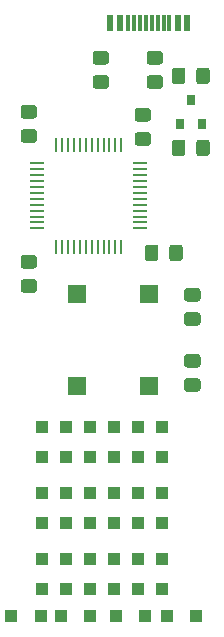
<source format=gtp>
G04 #@! TF.GenerationSoftware,KiCad,Pcbnew,5.1.10*
G04 #@! TF.CreationDate,2021-06-22T11:56:20+03:00*
G04 #@! TF.ProjectId,right,72696768-742e-46b6-9963-61645f706362,rev?*
G04 #@! TF.SameCoordinates,Original*
G04 #@! TF.FileFunction,Paste,Top*
G04 #@! TF.FilePolarity,Positive*
%FSLAX46Y46*%
G04 Gerber Fmt 4.6, Leading zero omitted, Abs format (unit mm)*
G04 Created by KiCad (PCBNEW 5.1.10) date 2021-06-22 11:56:20*
%MOMM*%
%LPD*%
G01*
G04 APERTURE LIST*
%ADD10R,1.500000X1.500000*%
%ADD11R,1.000000X1.000000*%
%ADD12R,0.250000X1.300000*%
%ADD13R,1.300000X0.250000*%
%ADD14R,0.800000X0.900000*%
%ADD15R,0.300000X1.450000*%
%ADD16R,0.600000X1.450000*%
G04 APERTURE END LIST*
D10*
X90678000Y-95668000D03*
X90678000Y-103468000D03*
X96774000Y-95668000D03*
X96774000Y-103468000D03*
G36*
G01*
X100006999Y-100762000D02*
X100907001Y-100762000D01*
G75*
G02*
X101157000Y-101011999I0J-249999D01*
G01*
X101157000Y-101662001D01*
G75*
G02*
X100907001Y-101912000I-249999J0D01*
G01*
X100006999Y-101912000D01*
G75*
G02*
X99757000Y-101662001I0J249999D01*
G01*
X99757000Y-101011999D01*
G75*
G02*
X100006999Y-100762000I249999J0D01*
G01*
G37*
G36*
G01*
X100006999Y-102812000D02*
X100907001Y-102812000D01*
G75*
G02*
X101157000Y-103061999I0J-249999D01*
G01*
X101157000Y-103712001D01*
G75*
G02*
X100907001Y-103962000I-249999J0D01*
G01*
X100006999Y-103962000D01*
G75*
G02*
X99757000Y-103712001I0J249999D01*
G01*
X99757000Y-103061999D01*
G75*
G02*
X100006999Y-102812000I249999J0D01*
G01*
G37*
G36*
G01*
X86163999Y-81730000D02*
X87064001Y-81730000D01*
G75*
G02*
X87314000Y-81979999I0J-249999D01*
G01*
X87314000Y-82630001D01*
G75*
G02*
X87064001Y-82880000I-249999J0D01*
G01*
X86163999Y-82880000D01*
G75*
G02*
X85914000Y-82630001I0J249999D01*
G01*
X85914000Y-81979999D01*
G75*
G02*
X86163999Y-81730000I249999J0D01*
G01*
G37*
G36*
G01*
X86163999Y-79680000D02*
X87064001Y-79680000D01*
G75*
G02*
X87314000Y-79929999I0J-249999D01*
G01*
X87314000Y-80580001D01*
G75*
G02*
X87064001Y-80830000I-249999J0D01*
G01*
X86163999Y-80830000D01*
G75*
G02*
X85914000Y-80580001I0J249999D01*
G01*
X85914000Y-79929999D01*
G75*
G02*
X86163999Y-79680000I249999J0D01*
G01*
G37*
G36*
G01*
X96716001Y-83134000D02*
X95815999Y-83134000D01*
G75*
G02*
X95566000Y-82884001I0J249999D01*
G01*
X95566000Y-82233999D01*
G75*
G02*
X95815999Y-81984000I249999J0D01*
G01*
X96716001Y-81984000D01*
G75*
G02*
X96966000Y-82233999I0J-249999D01*
G01*
X96966000Y-82884001D01*
G75*
G02*
X96716001Y-83134000I-249999J0D01*
G01*
G37*
G36*
G01*
X96716001Y-81084000D02*
X95815999Y-81084000D01*
G75*
G02*
X95566000Y-80834001I0J249999D01*
G01*
X95566000Y-80183999D01*
G75*
G02*
X95815999Y-79934000I249999J0D01*
G01*
X96716001Y-79934000D01*
G75*
G02*
X96966000Y-80183999I0J-249999D01*
G01*
X96966000Y-80834001D01*
G75*
G02*
X96716001Y-81084000I-249999J0D01*
G01*
G37*
G36*
G01*
X98494000Y-92652001D02*
X98494000Y-91751999D01*
G75*
G02*
X98743999Y-91502000I249999J0D01*
G01*
X99394001Y-91502000D01*
G75*
G02*
X99644000Y-91751999I0J-249999D01*
G01*
X99644000Y-92652001D01*
G75*
G02*
X99394001Y-92902000I-249999J0D01*
G01*
X98743999Y-92902000D01*
G75*
G02*
X98494000Y-92652001I0J249999D01*
G01*
G37*
G36*
G01*
X96444000Y-92652001D02*
X96444000Y-91751999D01*
G75*
G02*
X96693999Y-91502000I249999J0D01*
G01*
X97344001Y-91502000D01*
G75*
G02*
X97594000Y-91751999I0J-249999D01*
G01*
X97594000Y-92652001D01*
G75*
G02*
X97344001Y-92902000I-249999J0D01*
G01*
X96693999Y-92902000D01*
G75*
G02*
X96444000Y-92652001I0J249999D01*
G01*
G37*
G36*
G01*
X86163999Y-92380000D02*
X87064001Y-92380000D01*
G75*
G02*
X87314000Y-92629999I0J-249999D01*
G01*
X87314000Y-93280001D01*
G75*
G02*
X87064001Y-93530000I-249999J0D01*
G01*
X86163999Y-93530000D01*
G75*
G02*
X85914000Y-93280001I0J249999D01*
G01*
X85914000Y-92629999D01*
G75*
G02*
X86163999Y-92380000I249999J0D01*
G01*
G37*
G36*
G01*
X86163999Y-94430000D02*
X87064001Y-94430000D01*
G75*
G02*
X87314000Y-94679999I0J-249999D01*
G01*
X87314000Y-95330001D01*
G75*
G02*
X87064001Y-95580000I-249999J0D01*
G01*
X86163999Y-95580000D01*
G75*
G02*
X85914000Y-95330001I0J249999D01*
G01*
X85914000Y-94679999D01*
G75*
G02*
X86163999Y-94430000I249999J0D01*
G01*
G37*
G36*
G01*
X100780000Y-83762001D02*
X100780000Y-82861999D01*
G75*
G02*
X101029999Y-82612000I249999J0D01*
G01*
X101680001Y-82612000D01*
G75*
G02*
X101930000Y-82861999I0J-249999D01*
G01*
X101930000Y-83762001D01*
G75*
G02*
X101680001Y-84012000I-249999J0D01*
G01*
X101029999Y-84012000D01*
G75*
G02*
X100780000Y-83762001I0J249999D01*
G01*
G37*
G36*
G01*
X98730000Y-83762001D02*
X98730000Y-82861999D01*
G75*
G02*
X98979999Y-82612000I249999J0D01*
G01*
X99630001Y-82612000D01*
G75*
G02*
X99880000Y-82861999I0J-249999D01*
G01*
X99880000Y-83762001D01*
G75*
G02*
X99630001Y-84012000I-249999J0D01*
G01*
X98979999Y-84012000D01*
G75*
G02*
X98730000Y-83762001I0J249999D01*
G01*
G37*
G36*
G01*
X98730000Y-77666001D02*
X98730000Y-76765999D01*
G75*
G02*
X98979999Y-76516000I249999J0D01*
G01*
X99630001Y-76516000D01*
G75*
G02*
X99880000Y-76765999I0J-249999D01*
G01*
X99880000Y-77666001D01*
G75*
G02*
X99630001Y-77916000I-249999J0D01*
G01*
X98979999Y-77916000D01*
G75*
G02*
X98730000Y-77666001I0J249999D01*
G01*
G37*
G36*
G01*
X100780000Y-77666001D02*
X100780000Y-76765999D01*
G75*
G02*
X101029999Y-76516000I249999J0D01*
G01*
X101680001Y-76516000D01*
G75*
G02*
X101930000Y-76765999I0J-249999D01*
G01*
X101930000Y-77666001D01*
G75*
G02*
X101680001Y-77916000I-249999J0D01*
G01*
X101029999Y-77916000D01*
G75*
G02*
X100780000Y-77666001I0J249999D01*
G01*
G37*
D11*
X85130000Y-122936000D03*
X87630000Y-122936000D03*
X87757000Y-112542000D03*
X87757000Y-115042000D03*
X87757000Y-109454000D03*
X87757000Y-106954000D03*
X100798000Y-122936000D03*
X98298000Y-122936000D03*
X93853000Y-120630000D03*
X93853000Y-118130000D03*
X93853000Y-112542000D03*
X93853000Y-115042000D03*
X93853000Y-109454000D03*
X93853000Y-106954000D03*
X97917000Y-118130000D03*
X97917000Y-120630000D03*
X97917000Y-115042000D03*
X97917000Y-112542000D03*
X97917000Y-106954000D03*
X97917000Y-109454000D03*
X87757000Y-120630000D03*
X87757000Y-118130000D03*
X95885000Y-112542000D03*
X95885000Y-115042000D03*
X89321000Y-122936000D03*
X91821000Y-122936000D03*
X89789000Y-112542000D03*
X89789000Y-115042000D03*
X89789000Y-109454000D03*
X89789000Y-106954000D03*
X96480000Y-122936000D03*
X93980000Y-122936000D03*
X91821000Y-120630000D03*
X91821000Y-118130000D03*
X91821000Y-112542000D03*
X91821000Y-115042000D03*
X91821000Y-109454000D03*
X91821000Y-106954000D03*
X95885000Y-118130000D03*
X95885000Y-120630000D03*
X95885000Y-109454000D03*
X95885000Y-106954000D03*
X89789000Y-118130000D03*
X89789000Y-120630000D03*
D12*
X88944000Y-91726000D03*
X89444000Y-91726000D03*
X89944000Y-91726000D03*
X90444000Y-91726000D03*
X90944000Y-91726000D03*
X91444000Y-91726000D03*
X91944000Y-91726000D03*
X92444000Y-91726000D03*
X92944000Y-91726000D03*
X93444000Y-91726000D03*
X93944000Y-91726000D03*
X94444000Y-91726000D03*
D13*
X96044000Y-90126000D03*
X96044000Y-89626000D03*
X96044000Y-89126000D03*
X96044000Y-88626000D03*
X96044000Y-88126000D03*
X96044000Y-87626000D03*
X96044000Y-87126000D03*
X96044000Y-86626000D03*
X96044000Y-86126000D03*
X96044000Y-85626000D03*
X96044000Y-85126000D03*
X96044000Y-84626000D03*
D12*
X94444000Y-83026000D03*
X93944000Y-83026000D03*
X93444000Y-83026000D03*
X92944000Y-83026000D03*
X92444000Y-83026000D03*
X91944000Y-83026000D03*
X91444000Y-83026000D03*
X90944000Y-83026000D03*
X90444000Y-83026000D03*
X89944000Y-83026000D03*
X89444000Y-83026000D03*
X88944000Y-83026000D03*
D13*
X87344000Y-84626000D03*
X87344000Y-85126000D03*
X87344000Y-85626000D03*
X87344000Y-86126000D03*
X87344000Y-86626000D03*
X87344000Y-87126000D03*
X87344000Y-87626000D03*
X87344000Y-88126000D03*
X87344000Y-88626000D03*
X87344000Y-89126000D03*
X87344000Y-89626000D03*
X87344000Y-90126000D03*
D14*
X99380000Y-81264000D03*
X101280000Y-81264000D03*
X100330000Y-79264000D03*
G36*
G01*
X96831999Y-75108000D02*
X97732001Y-75108000D01*
G75*
G02*
X97982000Y-75357999I0J-249999D01*
G01*
X97982000Y-76008001D01*
G75*
G02*
X97732001Y-76258000I-249999J0D01*
G01*
X96831999Y-76258000D01*
G75*
G02*
X96582000Y-76008001I0J249999D01*
G01*
X96582000Y-75357999D01*
G75*
G02*
X96831999Y-75108000I249999J0D01*
G01*
G37*
G36*
G01*
X96831999Y-77158000D02*
X97732001Y-77158000D01*
G75*
G02*
X97982000Y-77407999I0J-249999D01*
G01*
X97982000Y-78058001D01*
G75*
G02*
X97732001Y-78308000I-249999J0D01*
G01*
X96831999Y-78308000D01*
G75*
G02*
X96582000Y-78058001I0J249999D01*
G01*
X96582000Y-77407999D01*
G75*
G02*
X96831999Y-77158000I249999J0D01*
G01*
G37*
G36*
G01*
X92259999Y-77158000D02*
X93160001Y-77158000D01*
G75*
G02*
X93410000Y-77407999I0J-249999D01*
G01*
X93410000Y-78058001D01*
G75*
G02*
X93160001Y-78308000I-249999J0D01*
G01*
X92259999Y-78308000D01*
G75*
G02*
X92010000Y-78058001I0J249999D01*
G01*
X92010000Y-77407999D01*
G75*
G02*
X92259999Y-77158000I249999J0D01*
G01*
G37*
G36*
G01*
X92259999Y-75108000D02*
X93160001Y-75108000D01*
G75*
G02*
X93410000Y-75357999I0J-249999D01*
G01*
X93410000Y-76008001D01*
G75*
G02*
X93160001Y-76258000I-249999J0D01*
G01*
X92259999Y-76258000D01*
G75*
G02*
X92010000Y-76008001I0J249999D01*
G01*
X92010000Y-75357999D01*
G75*
G02*
X92259999Y-75108000I249999J0D01*
G01*
G37*
G36*
G01*
X100006999Y-95174000D02*
X100907001Y-95174000D01*
G75*
G02*
X101157000Y-95423999I0J-249999D01*
G01*
X101157000Y-96074001D01*
G75*
G02*
X100907001Y-96324000I-249999J0D01*
G01*
X100006999Y-96324000D01*
G75*
G02*
X99757000Y-96074001I0J249999D01*
G01*
X99757000Y-95423999D01*
G75*
G02*
X100006999Y-95174000I249999J0D01*
G01*
G37*
G36*
G01*
X100006999Y-97224000D02*
X100907001Y-97224000D01*
G75*
G02*
X101157000Y-97473999I0J-249999D01*
G01*
X101157000Y-98124001D01*
G75*
G02*
X100907001Y-98374000I-249999J0D01*
G01*
X100006999Y-98374000D01*
G75*
G02*
X99757000Y-98124001I0J249999D01*
G01*
X99757000Y-97473999D01*
G75*
G02*
X100006999Y-97224000I249999J0D01*
G01*
G37*
D15*
X97024000Y-72752000D03*
X95024000Y-72752000D03*
X95524000Y-72752000D03*
X96024000Y-72752000D03*
X96524000Y-72752000D03*
X97524000Y-72752000D03*
X98024000Y-72752000D03*
X98524000Y-72752000D03*
D16*
X93524000Y-72752000D03*
X94324000Y-72752000D03*
X99224000Y-72752000D03*
X100024000Y-72752000D03*
X100024000Y-72752000D03*
X99224000Y-72752000D03*
X94324000Y-72752000D03*
X93524000Y-72752000D03*
M02*

</source>
